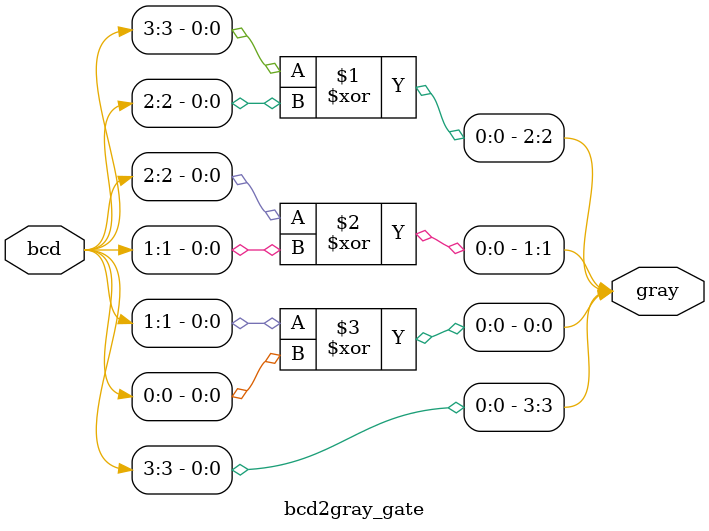
<source format=v>
module bcd2gray_gate(gray, bcd);
input [3:0]bcd;
output [3:0]gray;

buf x0(gray[3], bcd[3]);
xor x1(gray[2], bcd[3], bcd[2]);
xor x2(gray[1], bcd[2], bcd[1]);
xor x3(gray[0], bcd[1], bcd[0]);
endmodule

// module bcd2gray_df(gray, bcd);
// 	input [3:0]a;
// 	output [3:0]b;
	
// 	assign b[3] = a[3];
// 	assign b[2] = a[3] ^ a[2];
// 	assign b[1] = a[2] ^ a[1];
// 	assign b[0] = a[1] ^ a[0];
// endmodule

</source>
